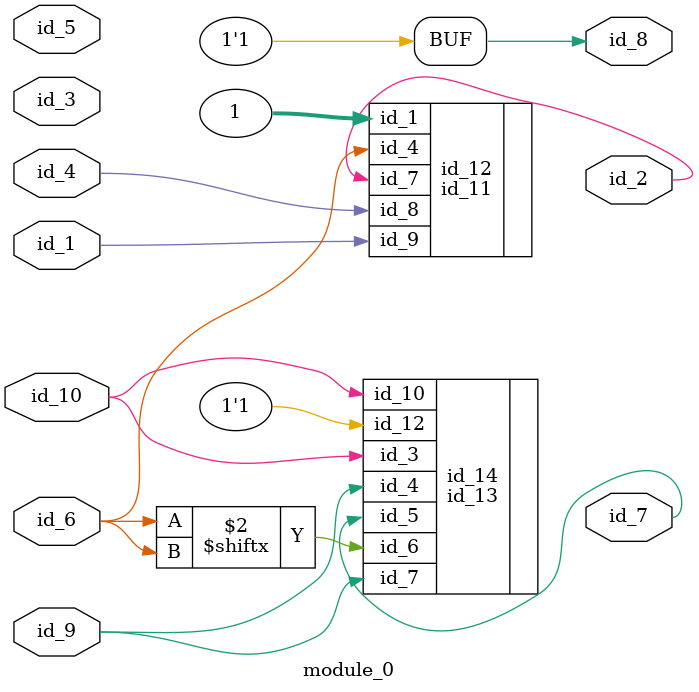
<source format=v>
module module_0 (
    id_1,
    id_2,
    id_3,
    id_4,
    id_5,
    id_6,
    id_7,
    id_8,
    id_9,
    id_10
);
  input id_10;
  input id_9;
  output id_8;
  output id_7;
  input id_6;
  input id_5;
  input id_4;
  input id_3;
  output id_2;
  input id_1;
  assign id_8 = 1;
  id_11 id_12 (
      .id_4(id_6),
      .id_8(id_4),
      .id_7(id_2),
      .id_1(1),
      .id_9(id_1)
  );
  id_13 id_14 (
      .id_4 (id_9),
      .id_3 (id_10),
      .id_10(id_10),
      .id_5 (id_5),
      .id_5 (id_7),
      .id_6 (id_6[id_6]),
      .id_7 (id_9),
      .id_12(id_8)
  );
endmodule

</source>
